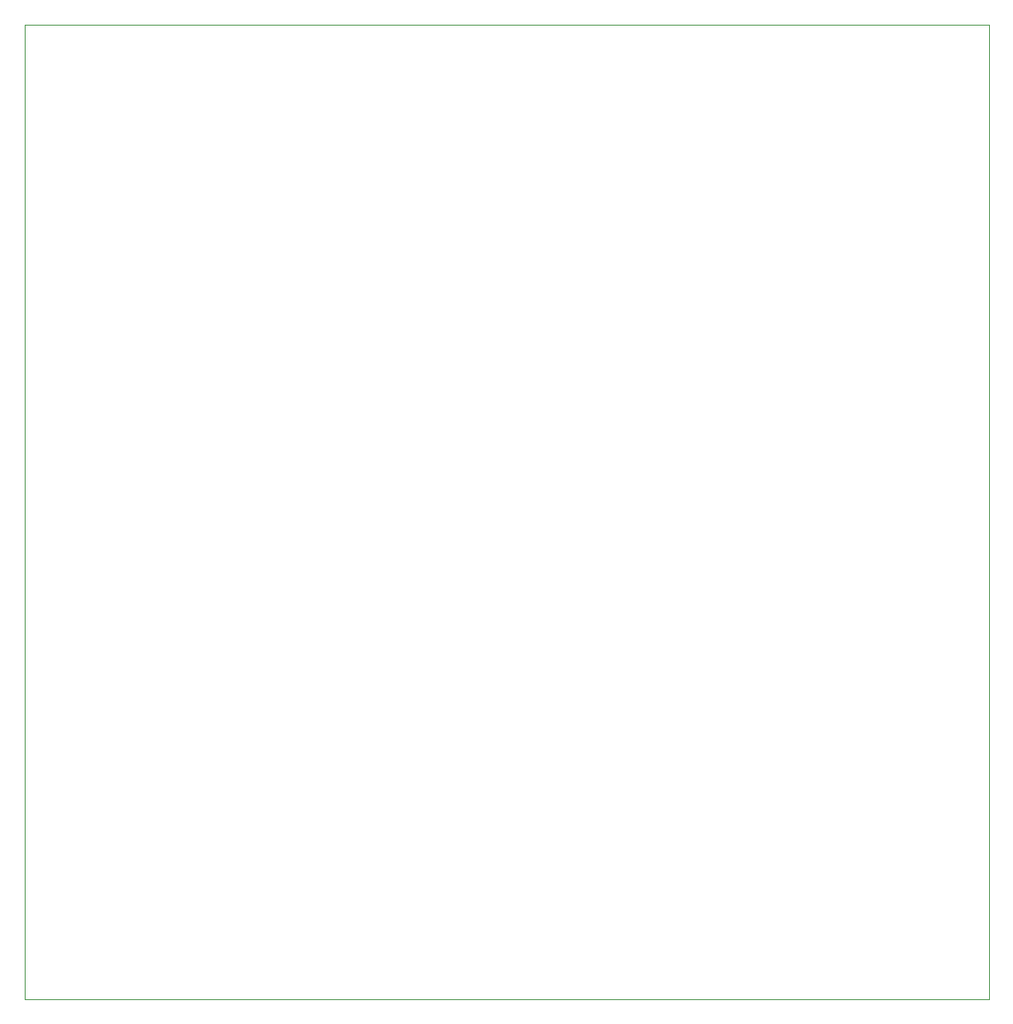
<source format=gbr>
%TF.GenerationSoftware,KiCad,Pcbnew,(5.1.9)-1*%
%TF.CreationDate,2021-08-15T14:18:07+02:00*%
%TF.ProjectId,IM350_AM550_5V_V3.0_multi,494d3335-305f-4414-9d35-35305f35565f,rev?*%
%TF.SameCoordinates,Original*%
%TF.FileFunction,Profile,NP*%
%FSLAX46Y46*%
G04 Gerber Fmt 4.6, Leading zero omitted, Abs format (unit mm)*
G04 Created by KiCad (PCBNEW (5.1.9)-1) date 2021-08-15 14:18:07*
%MOMM*%
%LPD*%
G01*
G04 APERTURE LIST*
%TA.AperFunction,Profile*%
%ADD10C,0.050000*%
%TD*%
G04 APERTURE END LIST*
D10*
X49000000Y-145250000D02*
X49000000Y-45250000D01*
X148000000Y-145250000D02*
X49000000Y-145250000D01*
X148000000Y-45250000D02*
X148000000Y-145250000D01*
X49000000Y-45250000D02*
X148000000Y-45250000D01*
M02*

</source>
